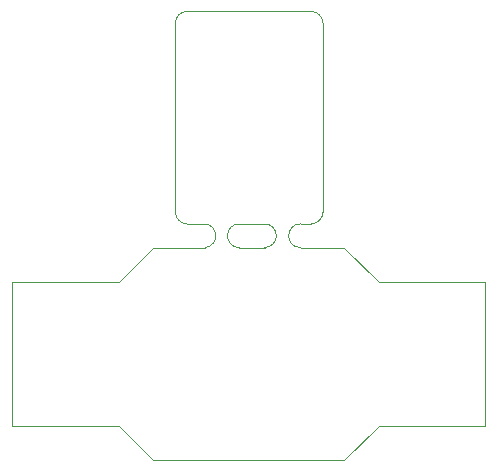
<source format=gbr>
%TF.GenerationSoftware,KiCad,Pcbnew,8.99.0-2194-gb3b7cbcab2*%
%TF.CreationDate,2024-10-21T01:16:46-04:00*%
%TF.ProjectId,shield,73686965-6c64-42e6-9b69-6361645f7063,V1.0*%
%TF.SameCoordinates,Original*%
%TF.FileFunction,Profile,NP*%
%FSLAX46Y46*%
G04 Gerber Fmt 4.6, Leading zero omitted, Abs format (unit mm)*
G04 Created by KiCad (PCBNEW 8.99.0-2194-gb3b7cbcab2) date 2024-10-21 01:16:46*
%MOMM*%
%LPD*%
G01*
G04 APERTURE LIST*
%TA.AperFunction,Profile*%
%ADD10C,0.100000*%
%TD*%
G04 APERTURE END LIST*
D10*
X143876399Y-104760369D02*
G75*
G02*
X142876431Y-103760347I1J999969D01*
G01*
X169078085Y-109660283D02*
X160078085Y-109660283D01*
X155365128Y-103753240D02*
G75*
G02*
X154365190Y-104753228I-999928J-60D01*
G01*
X160078085Y-109660283D02*
X157178085Y-106760283D01*
X138078085Y-109660283D02*
X140978085Y-106760283D01*
X150428085Y-104760283D02*
G75*
G02*
X150428085Y-106760317I15J-1000017D01*
G01*
X142876399Y-103760347D02*
X142876399Y-87767454D01*
X145378085Y-106760283D02*
X141378085Y-106760283D01*
X129078085Y-121860283D02*
X138078085Y-121860283D01*
X148288085Y-106760283D02*
G75*
G02*
X148288085Y-104760317I15J999983D01*
G01*
X145278085Y-104755295D02*
G75*
G02*
X145378089Y-106760319I15J-1005005D01*
G01*
X155358085Y-87760347D02*
X155358085Y-103753240D01*
X141378085Y-106760283D02*
X140978085Y-106760283D01*
X169078085Y-109660283D02*
X169078085Y-121860283D01*
X160078085Y-121860283D02*
X157178085Y-124760283D01*
X148288085Y-106760283D02*
X150428085Y-106760283D01*
X142869294Y-87767454D02*
G75*
G02*
X143869294Y-86767394I1000006J54D01*
G01*
X143876399Y-104760347D02*
X145278085Y-104760283D01*
X156478085Y-106760283D02*
X157178085Y-106760283D01*
X154358085Y-86760347D02*
G75*
G02*
X155358053Y-87760347I15J-999953D01*
G01*
X153468085Y-106760283D02*
G75*
G02*
X153468085Y-104760317I15J999983D01*
G01*
X156478085Y-106760283D02*
X153468085Y-106760283D01*
X148288085Y-104760283D02*
X150428085Y-104760283D01*
X129078085Y-109660283D02*
X138078085Y-109660283D01*
X169078085Y-121860283D02*
X160078085Y-121860283D01*
X143869294Y-86767454D02*
X154358085Y-86760347D01*
X129078085Y-109660283D02*
X129078085Y-121860283D01*
X138078085Y-121860283D02*
X140978085Y-124760283D01*
X154365190Y-104753240D02*
X153468085Y-104760283D01*
X157178085Y-124760283D02*
X140978085Y-124760283D01*
M02*

</source>
